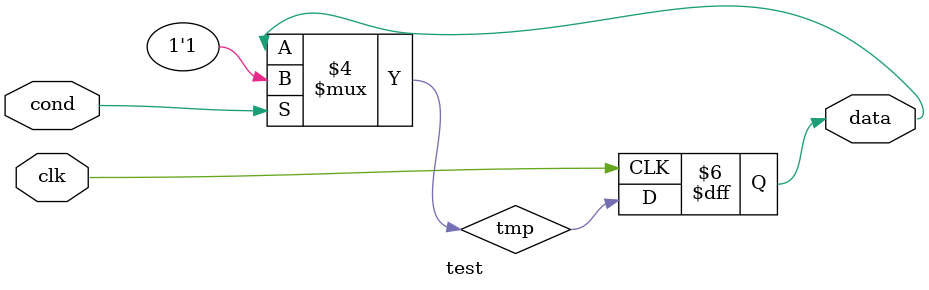
<source format=v>
module test(input cond, clk, output reg data);

reg tmp;
always @(cond)
    if(cond)
	    tmp = 1;
	else
	    tmp = data;

always @ (posedge clk)
   data <= tmp;

endmodule

</source>
